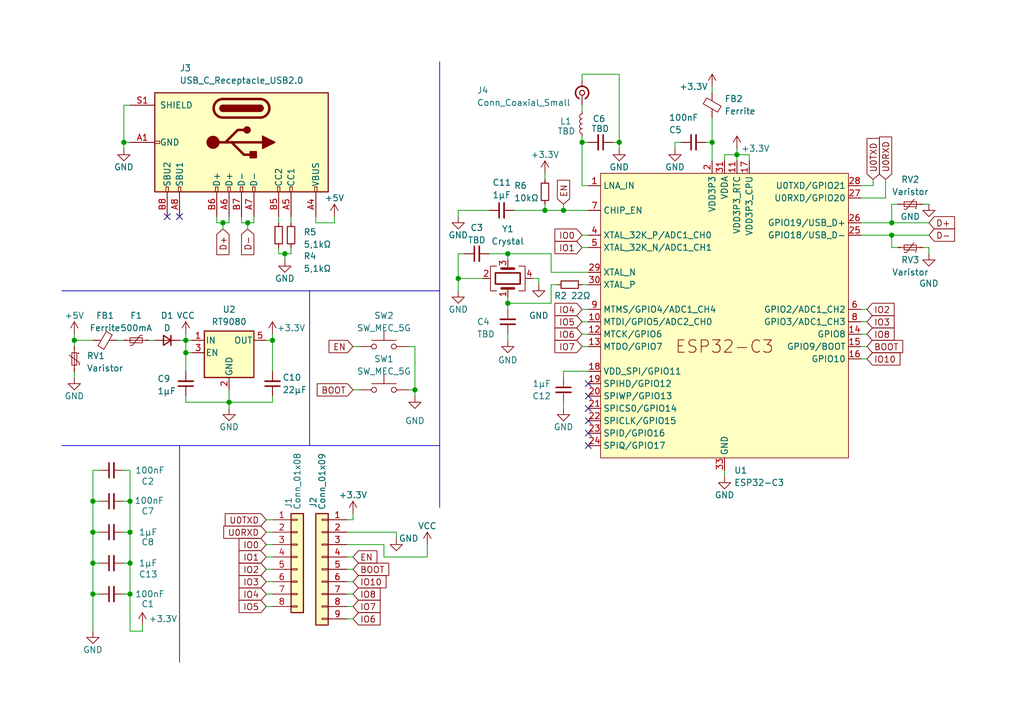
<source format=kicad_sch>
(kicad_sch (version 20231120) (generator "eeschema") (generator_version "8.0")
  (paper "A5")
  (title_block (title "Epi C3") (company "Ping hobbyelektronik"))
  (lib_symbols
    (symbol "Connector:Conn_Coaxial_Small" (pin_numbers hide) (pin_names (offset 1.016) hide)
      (property "Reference" "J" (at 0.254 3.048 0))
      (property "Value" "Conn_Coaxial_Small" (at 0 -3.81 0))
      (symbol "Conn_Coaxial_Small_0_1"
        (polyline (pts (xy -2.54 0) (xy -0.508 0)))
        (circle (center 0 0) (radius 0.508) (stroke (width 0.2032)))
      )
      (symbol "Conn_Coaxial_Small_1_1"
        (arc (start -1.1916 -0.6311) (mid 0.327 -1.3081) (end 1.3484 0.0039) (stroke (width 0.3048)))
        (arc (start 1.3484 -0.0039) (mid 0.327 1.3081) (end -1.1916 0.6311) (stroke (width 0.3048)))
        (pin passive line (at -2.54 0 0) (length 1.27) (name "In") (number "1"))
        (pin passive line (at 2.54 0 180) (length 1.27) (name "Ext") (number "2"))
      )
    )
    (symbol "Connector:USB_C_Receptacle_USB2.0" (pin_names (offset 1.016))
      (property "Reference" "J" (at -10.16 19.05 0))
      (property "Value" "USB_C_Receptacle_USB2.0" (at 19.05 19.05 0))
      (symbol "USB_C_Receptacle_USB2.0_0_0"
        (rectangle (start -0.254 -17.78) (end 0.254 -16.764))
        (rectangle (start 10.16 -14.986) (end 9.144 -15.494))
        (rectangle (start 10.16 -12.446) (end 9.144 -12.954))
        (rectangle (start 10.16 -4.826) (end 9.144 -5.334))
        (rectangle (start 10.16 -2.286) (end 9.144 -2.794))
        (rectangle (start 10.16 0.254) (end 9.144 -0.254))
        (rectangle (start 10.16 2.794) (end 9.144 2.286))
        (rectangle (start 10.16 7.874) (end 9.144 7.366))
        (rectangle (start 10.16 10.414) (end 9.144 9.906))
        (rectangle (start 10.16 15.494) (end 9.144 14.986))
      )
      (symbol "USB_C_Receptacle_USB2.0_0_1"
        (rectangle (start -10.16 17.78) (end 10.16 -17.78) (stroke (width 0.254)) (fill (type background)))
        (arc (start -8.89 -3.81) (mid -6.985 -5.7067) (end -5.08 -3.81) (stroke (width 0.508)))
        (arc (start -7.62 -3.81) (mid -6.985 -4.4423) (end -6.35 -3.81) (stroke (width 0.254)))
        (arc (start -7.62 -3.81) (mid -6.985 -4.4423) (end -6.35 -3.81) (stroke (width 0.254)) (fill (type outline)))
        (rectangle (start -7.62 -3.81) (end -6.35 3.81) (stroke (width 0.254)) (fill (type outline)))
        (arc (start -6.35 3.81) (mid -6.985 4.4423) (end -7.62 3.81) (stroke (width 0.254)))
        (arc (start -6.35 3.81) (mid -6.985 4.4423) (end -7.62 3.81) (stroke (width 0.254)) (fill (type outline)))
        (arc (start -5.08 3.81) (mid -6.985 5.7067) (end -8.89 3.81) (stroke (width 0.508)))
        (circle (center -2.54 1.143) (radius 0.635) (stroke (width 0.254)) (fill (type outline)))
        (circle (center 0 -5.842) (radius 1.27) (fill (type outline)))
        (polyline (pts (xy -8.89 -3.81) (xy -8.89 3.81)) (stroke (width 0.508)))
        (polyline (pts (xy -5.08 3.81) (xy -5.08 -3.81)) (stroke (width 0.508)))
        (polyline (pts (xy 0 -5.842) (xy 0 4.318)) (stroke (width 0.508)))
        (polyline (pts (xy 0 -3.302) (xy -2.54 -0.762) (xy -2.54 0.508)) (stroke (width 0.508)))
        (polyline (pts (xy 0 -2.032) (xy 2.54 0.508) (xy 2.54 1.778)) (stroke (width 0.508)))
        (polyline (pts (xy -1.27 4.318) (xy 0 6.858) (xy 1.27 4.318) (xy -1.27 4.318)) (stroke (width 0.254)) (fill (type outline)))
        (rectangle (start 1.905 1.778) (end 3.175 3.048) (stroke (width 0.254)) (fill (type outline)))
      )
      (symbol "USB_C_Receptacle_USB2.0_1_1"
        (pin passive line (at 0 -22.86 90) (length 5.08) (name "GND") (number "A1"))
        (pin passive line (at 0 -22.86 90) (length 5.08) hide (name "GND") (number "A12"))
        (pin passive line (at 15.24 15.24 180) (length 5.08) (name "VBUS") (number "A4"))
        (pin bidirectional line (at 15.24 10.16 180) (length 5.08) (name "CC1") (number "A5"))
        (pin bidirectional line (at 15.24 -2.54 180) (length 5.08) (name "D+") (number "A6"))
        (pin bidirectional line (at 15.24 2.54 180) (length 5.08) (name "D-") (number "A7"))
        (pin bidirectional line (at 15.24 -12.7 180) (length 5.08) (name "SBU1") (number "A8"))
        (pin passive line (at 15.24 15.24 180) (length 5.08) hide (name "VBUS") (number "A9"))
        (pin passive line (at 0 -22.86 90) (length 5.08) hide (name "GND") (number "B1"))
        (pin passive line (at 0 -22.86 90) (length 5.08) hide (name "GND") (number "B12"))
        (pin passive line (at 15.24 15.24 180) (length 5.08) hide (name "VBUS") (number "B4"))
        (pin bidirectional line (at 15.24 7.62 180) (length 5.08) (name "CC2") (number "B5"))
        (pin bidirectional line (at 15.24 -5.08 180) (length 5.08) (name "D+") (number "B6"))
        (pin bidirectional line (at 15.24 0 180) (length 5.08) (name "D-") (number "B7"))
        (pin bidirectional line (at 15.24 -15.24 180) (length 5.08) (name "SBU2") (number "B8"))
        (pin passive line (at 15.24 15.24 180) (length 5.08) hide (name "VBUS") (number "B9"))
        (pin passive line (at -7.62 -22.86 90) (length 5.08) (name "SHIELD") (number "S1"))
      )
    )
    (symbol "Connector_Generic:Conn_01x08" (pin_names (offset 1.016) hide)
      (property "Reference" "J" (at 0 10.16 0))
      (property "Value" "Conn_01x08" (at 0 -12.7 0))
      (symbol "Conn_01x08_1_1"
        (rectangle (start -1.27 -10.033) (end 0 -10.287) (stroke (width 0.1524)))
        (rectangle (start -1.27 -7.493) (end 0 -7.747) (stroke (width 0.1524)))
        (rectangle (start -1.27 -4.953) (end 0 -5.207) (stroke (width 0.1524)))
        (rectangle (start -1.27 -2.413) (end 0 -2.667) (stroke (width 0.1524)))
        (rectangle (start -1.27 0.127) (end 0 -0.127) (stroke (width 0.1524)))
        (rectangle (start -1.27 2.667) (end 0 2.413) (stroke (width 0.1524)))
        (rectangle (start -1.27 5.207) (end 0 4.953) (stroke (width 0.1524)))
        (rectangle (start -1.27 7.747) (end 0 7.493) (stroke (width 0.1524)))
        (rectangle (start -1.27 8.89) (end 1.27 -11.43) (stroke (width 0.254)) (fill (type background)))
        (pin passive line (at -5.08 7.62 0) (length 3.81) (name "Pin_1") (number "1"))
        (pin passive line (at -5.08 5.08 0) (length 3.81) (name "Pin_2") (number "2"))
        (pin passive line (at -5.08 2.54 0) (length 3.81) (name "Pin_3") (number "3"))
        (pin passive line (at -5.08 0 0) (length 3.81) (name "Pin_4") (number "4"))
        (pin passive line (at -5.08 -2.54 0) (length 3.81) (name "Pin_5") (number "5"))
        (pin passive line (at -5.08 -5.08 0) (length 3.81) (name "Pin_6") (number "6"))
        (pin passive line (at -5.08 -7.62 0) (length 3.81) (name "Pin_7") (number "7"))
        (pin passive line (at -5.08 -10.16 0) (length 3.81) (name "Pin_8") (number "8"))
      )
    )
    (symbol "Connector_Generic:Conn_01x09" (pin_names (offset 1.016) hide)
      (property "Reference" "J" (at 0 12.7 0))
      (property "Value" "Conn_01x09" (at 0 -12.7 0))
      (symbol "Conn_01x09_1_1"
        (rectangle (start -1.27 -10.033) (end 0 -10.287) (stroke (width 0.1524)))
        (rectangle (start -1.27 -7.493) (end 0 -7.747) (stroke (width 0.1524)))
        (rectangle (start -1.27 -4.953) (end 0 -5.207) (stroke (width 0.1524)))
        (rectangle (start -1.27 -2.413) (end 0 -2.667) (stroke (width 0.1524)))
        (rectangle (start -1.27 0.127) (end 0 -0.127) (stroke (width 0.1524)))
        (rectangle (start -1.27 2.667) (end 0 2.413) (stroke (width 0.1524)))
        (rectangle (start -1.27 5.207) (end 0 4.953) (stroke (width 0.1524)))
        (rectangle (start -1.27 7.747) (end 0 7.493) (stroke (width 0.1524)))
        (rectangle (start -1.27 10.287) (end 0 10.033) (stroke (width 0.1524)))
        (rectangle (start -1.27 11.43) (end 1.27 -11.43) (stroke (width 0.254)) (fill (type background)))
        (pin passive line (at -5.08 10.16 0) (length 3.81) (name "Pin_1") (number "1"))
        (pin passive line (at -5.08 7.62 0) (length 3.81) (name "Pin_2") (number "2"))
        (pin passive line (at -5.08 5.08 0) (length 3.81) (name "Pin_3") (number "3"))
        (pin passive line (at -5.08 2.54 0) (length 3.81) (name "Pin_4") (number "4"))
        (pin passive line (at -5.08 0 0) (length 3.81) (name "Pin_5") (number "5"))
        (pin passive line (at -5.08 -2.54 0) (length 3.81) (name "Pin_6") (number "6"))
        (pin passive line (at -5.08 -5.08 0) (length 3.81) (name "Pin_7") (number "7"))
        (pin passive line (at -5.08 -7.62 0) (length 3.81) (name "Pin_8") (number "8"))
        (pin passive line (at -5.08 -10.16 0) (length 3.81) (name "Pin_9") (number "9"))
      )
    )
    (symbol "Device:C_Small" (pin_numbers hide) (pin_names (offset 0.254) hide)
      (property "Reference" "C" (at 0.254 1.778 0))
      (property "Value" "C_Small" (at 0.254 -2.032 0))
      (symbol "C_Small_0_1"
        (polyline (pts (xy -1.524 -0.508) (xy 1.524 -0.508)) (stroke (width 0.3302)))
        (polyline (pts (xy -1.524 0.508) (xy 1.524 0.508)) (stroke (width 0.3048)))
      )
      (symbol "C_Small_1_1"
        (pin passive line (at 0 2.54 270) (length 2.032) (name "~") (number "1"))
        (pin passive line (at 0 -2.54 90) (length 2.032) (name "~") (number "2"))
      )
    )
    (symbol "Device:Crystal_GND24" (pin_names (offset 1.016) hide)
      (property "Reference" "Y" (at 3.175 5.08 0))
      (property "Value" "Crystal_GND24" (at 3.175 3.175 0))
      (symbol "Crystal_GND24_0_1"
        (rectangle (start -1.143 2.54) (end 1.143 -2.54) (stroke (width 0.3048)))
        (polyline (pts (xy -2.54 0) (xy -2.032 0)))
        (polyline (pts (xy -2.032 -1.27) (xy -2.032 1.27)) (stroke (width 0.508)))
        (polyline (pts (xy 0 -3.81) (xy 0 -3.556)))
        (polyline (pts (xy 0 3.556) (xy 0 3.81)))
        (polyline (pts (xy 2.032 -1.27) (xy 2.032 1.27)) (stroke (width 0.508)))
        (polyline (pts (xy 2.032 0) (xy 2.54 0)))
        (polyline (pts (xy -2.54 -2.286) (xy -2.54 -3.556) (xy 2.54 -3.556) (xy 2.54 -2.286)))
        (polyline (pts (xy -2.54 2.286) (xy -2.54 3.556) (xy 2.54 3.556) (xy 2.54 2.286)))
      )
      (symbol "Crystal_GND24_1_1"
        (pin passive line (at -3.81 0 0) (length 1.27) (name "1") (number "1"))
        (pin passive line (at 0 5.08 270) (length 1.27) (name "2") (number "2"))
        (pin passive line (at 3.81 0 180) (length 1.27) (name "3") (number "3"))
        (pin passive line (at 0 -5.08 90) (length 1.27) (name "4") (number "4"))
      )
    )
    (symbol "Device:D_Small" (pin_numbers hide) (pin_names (offset 0.254) hide)
      (property "Reference" "D" (at -1.27 2.032 0))
      (property "Value" "D_Small" (at -3.81 -2.032 0))
      (symbol "D_Small_0_1"
        (polyline (pts (xy -0.762 -1.016) (xy -0.762 1.016)) (stroke (width 0.254)))
        (polyline (pts (xy -0.762 0) (xy 0.762 0)))
        (polyline (pts (xy 0.762 -1.016) (xy -0.762 0) (xy 0.762 1.016) (xy 0.762 -1.016)) (stroke (width 0.254)))
      )
      (symbol "D_Small_1_1"
        (pin passive line (at -2.54 0 0) (length 1.778) (name "K") (number "1"))
        (pin passive line (at 2.54 0 180) (length 1.778) (name "A") (number "2"))
      )
    )
    (symbol "Device:FerriteBead_Small" (pin_numbers hide) (pin_names (offset 0))
      (property "Reference" "FB" (at 1.905 1.27 0))
      (property "Value" "FerriteBead_Small" (at 1.905 -1.27 0))
      (symbol "FerriteBead_Small_0_1"
        (polyline (pts (xy 0 -1.27) (xy 0 -0.7874)))
        (polyline (pts (xy 0 0.889) (xy 0 1.2954)))
        (polyline (pts (xy -1.8288 0.2794) (xy -1.1176 1.4986) (xy 1.8288 -0.2032) (xy 1.1176 -1.4224) (xy -1.8288 0.2794)))
      )
      (symbol "FerriteBead_Small_1_1"
        (pin passive line (at 0 2.54 270) (length 1.27) (name "~") (number "1"))
        (pin passive line (at 0 -2.54 90) (length 1.27) (name "~") (number "2"))
      )
    )
    (symbol "Device:L_Small" (pin_numbers hide) (pin_names (offset 0.254) hide)
      (property "Reference" "L" (at 0.762 1.016 0))
      (property "Value" "L_Small" (at 0.762 -1.016 0))
      (symbol "L_Small_0_1"
        (arc (start 0 -2.032) (mid 0.5058 -1.524) (end 0 -1.016))
        (arc (start 0 -1.016) (mid 0.5058 -0.508) (end 0 0))
        (arc (start 0 0) (mid 0.5058 0.508) (end 0 1.016))
        (arc (start 0 1.016) (mid 0.5058 1.524) (end 0 2.032))
      )
      (symbol "L_Small_1_1"
        (pin passive line (at 0 2.54 270) (length 0.508) (name "~") (number "1"))
        (pin passive line (at 0 -2.54 90) (length 0.508) (name "~") (number "2"))
      )
    )
    (symbol "Device:Polyfuse_Small" (pin_numbers hide) (pin_names (offset 0))
      (property "Reference" "F" (at -1.905 0 90))
      (property "Value" "Polyfuse_Small" (at 1.905 0 90))
      (symbol "Polyfuse_Small_0_1"
        (rectangle (start -0.508 1.27) (end 0.508 -1.27))
        (polyline (pts (xy 0 2.54) (xy 0 -2.54)))
        (polyline (pts (xy -1.016 1.27) (xy -1.016 0.762) (xy 1.016 -0.762) (xy 1.016 -1.27)))
      )
      (symbol "Polyfuse_Small_1_1"
        (pin passive line (at 0 2.54 270) (length 0.635) (name "~") (number "1"))
        (pin passive line (at 0 -2.54 90) (length 0.635) (name "~") (number "2"))
      )
    )
    (symbol "Device:R_Small" (pin_numbers hide) (pin_names (offset 0.254) hide)
      (property "Reference" "R" (at 0.762 0.508 0))
      (property "Value" "R_Small" (at 0.762 -1.016 0))
      (symbol "R_Small_0_1"
        (rectangle (start -0.762 1.778) (end 0.762 -1.778) (stroke (width 0.2032)))
      )
      (symbol "R_Small_1_1"
        (pin passive line (at 0 2.54 270) (length 0.762) (name "~") (number "1"))
        (pin passive line (at 0 -2.54 90) (length 0.762) (name "~") (number "2"))
      )
    )
    (symbol "PCM_Espressif:ESP32-C3"
      (property "Reference" "U" (at -25.4 35.56 0))
      (property "Value" "ESP32-C3" (at -25.4 33.02 0))
      (symbol "ESP32-C3_0_0"
        (text "ESP32-C3" (at 0 -5.08 0) (effects (font (size 2.54 2.54))))
        (pin bidirectional line (at -27.94 27.94 0) (length 2.54) (name "LNA_IN") (number "1"))
        (pin bidirectional line (at -27.94 0 0) (length 2.54) (name "MTDI/GPIO5/ADC2_CH0") (number "10"))
        (pin power_in line (at 2.54 33.02 270) (length 2.54) (name "VDD3P3_RTC") (number "11"))
        (pin bidirectional line (at -27.94 -2.54 0) (length 2.54) (name "MTCK/GPIO6") (number "12"))
        (pin bidirectional line (at -27.94 -5.08 0) (length 2.54) (name "MTDO/GPIO7") (number "13"))
        (pin bidirectional line (at 27.94 -2.54 180) (length 2.54) (name "GPIO8") (number "14"))
        (pin bidirectional line (at 27.94 -5.08 180) (length 2.54) (name "GPIO9/BOOT") (number "15"))
        (pin bidirectional line (at 27.94 -7.62 180) (length 2.54) (name "GPIO10") (number "16"))
        (pin power_in line (at 5.08 33.02 270) (length 2.54) (name "VDD3P3_CPU") (number "17"))
        (pin bidirectional line (at -27.94 -10.16 0) (length 2.54) (name "VDD_SPI/GPIO11") (number "18"))
        (pin bidirectional line (at -27.94 -12.7 0) (length 2.54) (name "SPIHD/GPIO12") (number "19"))
        (pin power_in line (at -2.54 33.02 270) (length 2.54) (name "VDD3P3") (number "2"))
        (pin bidirectional line (at -27.94 -15.24 0) (length 2.54) (name "SPIWP/GPIO13") (number "20"))
        (pin bidirectional line (at -27.94 -17.78 0) (length 2.54) (name "SPICS0/GPIO14") (number "21"))
        (pin bidirectional line (at -27.94 -20.32 0) (length 2.54) (name "SPICLK/GPIO15") (number "22"))
        (pin bidirectional line (at -27.94 -22.86 0) (length 2.54) (name "SPID/GPIO16") (number "23"))
        (pin bidirectional line (at -27.94 -25.4 0) (length 2.54) (name "SPIQ/GPIO17") (number "24"))
        (pin bidirectional line (at 27.94 17.78 180) (length 2.54) (name "GPIO18/USB_D-") (number "25"))
        (pin bidirectional line (at 27.94 20.32 180) (length 2.54) (name "GPIO19/USB_D+") (number "26"))
        (pin bidirectional line (at 27.94 25.4 180) (length 2.54) (name "U0RXD/GPIO20") (number "27"))
        (pin bidirectional line (at 27.94 27.94 180) (length 2.54) (name "U0TXD/GPIO21") (number "28"))
        (pin output line (at -27.94 10.16 0) (length 2.54) (name "XTAL_N") (number "29"))
        (pin input line (at -27.94 7.62 0) (length 2.54) (name "XTAL_P") (number "30"))
        (pin power_in line (at 0 33.02 270) (length 2.54) (name "VDDA") (number "31"))
        (pin power_in line (at 0 -30.48 90) (length 2.54) (name "GND") (number "33"))
        (pin output line (at -27.94 17.78 0) (length 2.54) (name "XTAL_32K_P/ADC1_CH0") (number "4"))
        (pin input line (at -27.94 15.24 0) (length 2.54) (name "XTAL_32K_N/ADC1_CH1") (number "5"))
        (pin bidirectional line (at 27.94 2.54 180) (length 2.54) (name "GPIO2/ADC1_CH2") (number "6"))
        (pin input line (at -27.94 22.86 0) (length 2.54) (name "CHIP_EN") (number "7"))
        (pin bidirectional line (at 27.94 0 180) (length 2.54) (name "GPIO3/ADC1_CH3") (number "8"))
        (pin bidirectional line (at -27.94 2.54 0) (length 2.54) (name "MTMS/GPIO4/ADC1_CH4") (number "9"))
      )
      (symbol "ESP32-C3_0_1"
        (rectangle (start -25.4 30.48) (end 25.4 -27.94) (fill (type background)))
        (pin passive line (at -2.54 33.02 270) (length 2.54) hide (name "VDD3P3") (number "3"))
        (pin passive line (at 0 33.02 270) (length 2.54) hide (name "VDDA") (number "32"))
      )
    )
    (symbol "Polyfuse_Small_1" (pin_numbers hide) (pin_names (offset 0))
      (property "Reference" "F2" (at 5.08 0 90))
      (property "Value" "Varistor" (at 2.54 0 90))
      (symbol "Polyfuse_Small_1_0_1"
        (rectangle (start -0.508 1.27) (end 0.508 -1.27))
        (polyline (pts (xy 0 2.54) (xy 0 -2.54)))
        (polyline (pts (xy -1.0104 0.7592) (xy -1.016 0.762) (xy 1.016 -0.762) (xy 1.016 -1.27)))
        (arc (start 0.9321 1.1065) (mid 0.8392 1.2001) (end 0.7377 1.1159))
      )
      (symbol "Polyfuse_Small_1_1_1"
        (pin passive line (at 0 2.54 270) (length 0.635) (name "~") (number "1"))
        (pin passive line (at 0 -2.54 90) (length 0.635) (name "~") (number "2"))
      )
    )
    (symbol "Regulator_Linear:TLV75533PDBV" (pin_names (offset 0.254))
      (property "Reference" "U" (at -3.81 5.715 0))
      (property "Value" "TLV75533PDBV" (at 0 5.715 0))
      (symbol "TLV75533PDBV_0_1"
        (rectangle (start -5.08 4.445) (end 5.08 -5.08) (stroke (width 0.254)) (fill (type background)))
      )
      (symbol "TLV75533PDBV_1_1"
        (pin power_in line (at -7.62 2.54 0) (length 2.54) (name "IN") (number "1"))
        (pin power_in line (at 0 -7.62 90) (length 2.54) (name "GND") (number "2"))
        (pin input line (at -7.62 0 0) (length 2.54) (name "EN") (number "3"))
        (pin no_connect line (at 5.08 0 180) (length 2.54) hide (name "NC") (number "4"))
        (pin power_out line (at 7.62 2.54 180) (length 2.54) (name "OUT") (number "5"))
      )
    )
    (symbol "SW_MEC_5G_1" (pin_numbers hide) (pin_names (offset 1.016) hide)
      (property "Reference" "SW2" (at 0 6.35 0))
      (property "Value" "SW_MEC_5G" (at 0 3.81 0))
      (symbol "SW_MEC_5G_1_0_1"
        (circle (center -2.032 0) (radius 0.508))
        (polyline (pts (xy 0 1.27) (xy 0 3.048)))
        (polyline (pts (xy 2.54 1.27) (xy -2.54 1.27)))
        (circle (center 2.032 0) (radius 0.508))
        (pin passive line (at -5.08 0 0) (length 2.54) (name "A") (number "1"))
      )
      (symbol "SW_MEC_5G_1_1_1"
        (pin passive line (at -5.08 0 0) (length 2.54) hide (name "A") (number "2"))
        (pin passive line (at 5.08 0 180) (length 2.54) (name "B") (number "3"))
        (pin passive line (at 5.08 0 180) (length 2.54) hide (name "B") (number "4"))
      )
    )
    (symbol "Switch:SW_MEC_5G" (pin_numbers hide) (pin_names (offset 1.016) hide)
      (property "Reference" "SW1" (at 0 6.35 0))
      (property "Value" "SW_MEC_5G" (at 0 3.81 0))
      (symbol "SW_MEC_5G_0_1"
        (circle (center -2.032 0) (radius 0.508))
        (polyline (pts (xy 0 1.27) (xy 0 3.048)))
        (polyline (pts (xy 2.54 1.27) (xy -2.54 1.27)))
        (circle (center 2.032 0) (radius 0.508))
        (pin passive line (at -5.08 0 0) (length 2.54) (name "A") (number "1"))
      )
      (symbol "SW_MEC_5G_1_1"
        (pin passive line (at -5.08 0 0) (length 2.54) hide (name "A") (number "2"))
        (pin passive line (at 5.08 0 180) (length 2.54) (name "B") (number "3"))
        (pin passive line (at 5.08 0 180) (length 2.54) hide (name "B") (number "4"))
      )
    )
    (symbol "power:+3.3V" (power) (pin_names (offset 0))
      (property "Value" "+3.3V" (at 0 3.556 0))
      (symbol "+3.3V_0_1"
        (polyline (pts (xy -0.762 1.27) (xy 0 2.54)))
        (polyline (pts (xy 0 0) (xy 0 2.54)))
        (polyline (pts (xy 0 2.54) (xy 0.762 1.27)))
      )
      (symbol "+3.3V_1_1"
        (pin power_in line (at 0 0 90) (length 0) hide (name "+3.3V") (number "1"))
      )
    )
    (symbol "power:+5V" (power) (pin_names (offset 0))
      (property "Value" "+5V" (at 0 3.556 0))
      (symbol "+5V_0_1"
        (polyline (pts (xy -0.762 1.27) (xy 0 2.54)))
        (polyline (pts (xy 0 0) (xy 0 2.54)))
        (polyline (pts (xy 0 2.54) (xy 0.762 1.27)))
      )
      (symbol "+5V_1_1"
        (pin power_in line (at 0 0 90) (length 0) hide (name "+5V") (number "1"))
      )
    )
    (symbol "power:GND" (power) (pin_names (offset 0))
      (property "Value" "GND" (at 0 -3.81 0))
      (symbol "GND_0_1"
        (polyline (pts (xy 0 0) (xy 0 -1.27) (xy 1.27 -1.27) (xy 0 -2.54) (xy -1.27 -1.27) (xy 0 -1.27)))
      )
      (symbol "GND_1_1"
        (pin power_in line (at 0 0 270) (length 0) hide (name "GND") (number "1"))
      )
    )
    (symbol "power:VCC" (power) (pin_names (offset 0))
      (property "Value" "VCC" (at 0 3.81 0))
      (symbol "VCC_0_1"
        (polyline (pts (xy -0.762 1.27) (xy 0 2.54)))
        (polyline (pts (xy 0 0) (xy 0 2.54)))
        (polyline (pts (xy 0 2.54) (xy 0.762 1.27)))
      )
      (symbol "VCC_1_1"
        (pin power_in line (at 0 0 90) (length 0) hide (name "VCC") (number "1"))
      )
    )
  )
  (junction (at 50.8 45.72))
  (junction (at 127 29.21))
  (junction (at 19.05 121.92))
  (junction (at 182.88 45.72))
  (junction (at 26.67 109.22))
  (junction (at 25.4 29.21))
  (junction (at 146.05 29.21))
  (junction (at 85.09 80.01))
  (junction (at 119.38 29.21))
  (junction (at 26.67 115.57))
  (junction (at 93.98 57.15))
  (junction (at 151.13 31.75))
  (junction (at 38.1 69.85))
  (junction (at 19.05 109.22))
  (junction (at 182.88 48.26))
  (junction (at 15.24 69.85))
  (junction (at 19.05 115.57))
  (junction (at 38.1 72.39))
  (junction (at 115.57 43.18))
  (junction (at 104.14 62.23))
  (junction (at 19.05 102.87))
  (junction (at 104.14 52.07))
  (junction (at 45.72 45.72))
  (junction (at 58.42 52.07))
  (junction (at 55.88 69.85))
  (junction (at 26.67 102.87))
  (junction (at 111.76 43.18))
  (junction (at 46.99 82.55))
  (junction (at 26.67 121.92))
  (no_connect (at 120.65 78.74))
  (no_connect (at 120.65 91.44))
  (no_connect (at 36.83 44.45))
  (no_connect (at 120.65 83.82))
  (no_connect (at 120.65 88.9))
  (no_connect (at 34.29 44.45))
  (no_connect (at 120.65 81.28))
  (no_connect (at 120.65 86.36))
  (wire (pts (xy 115.57 82.55) (xy 115.57 83.82)))
  (wire (pts (xy 26.67 96.52) (xy 26.67 102.87)))
  (wire (pts (xy 119.38 68.58) (xy 120.65 68.58)))
  (wire (pts (xy 38.1 72.39) (xy 39.37 72.39)))
  (wire (pts (xy 44.45 44.45) (xy 44.45 45.72)))
  (wire (pts (xy 87.63 111.76) (xy 87.63 114.3)))
  (wire (pts (xy 127 29.21) (xy 125.73 29.21)))
  (wire (pts (xy 177.8 73.66) (xy 176.53 73.66)))
  (wire (pts (xy 72.39 121.92) (xy 71.12 121.92)))
  (wire (pts (xy 24.13 69.85) (xy 25.4 69.85)))
  (polyline (pts (xy 90.17 12.7) (xy 90.17 104.14)))
  (wire (pts (xy 184.15 41.91) (xy 182.88 41.91)))
  (wire (pts (xy 182.88 41.91) (xy 182.88 45.72)))
  (wire (pts (xy 111.76 43.18) (xy 111.76 41.91)))
  (wire (pts (xy 15.24 76.2) (xy 15.24 77.47)))
  (wire (pts (xy 72.39 80.01) (xy 73.66 80.01)))
  (wire (pts (xy 87.63 114.3) (xy 78.74 114.3)))
  (wire (pts (xy 20.32 96.52) (xy 19.05 96.52)))
  (wire (pts (xy 15.24 68.58) (xy 15.24 69.85)))
  (wire (pts (xy 59.69 44.45) (xy 59.69 45.72)))
  (wire (pts (xy 85.09 71.12) (xy 85.09 80.01)))
  (wire (pts (xy 176.53 68.58) (xy 177.8 68.58)))
  (wire (pts (xy 38.1 72.39) (xy 38.1 76.2)))
  (wire (pts (xy 59.69 52.07) (xy 58.42 52.07)))
  (wire (pts (xy 148.59 31.75) (xy 148.59 33.02)))
  (wire (pts (xy 44.45 45.72) (xy 45.72 45.72)))
  (wire (pts (xy 113.03 58.42) (xy 114.3 58.42)))
  (wire (pts (xy 110.49 58.42) (xy 110.49 57.15)))
  (wire (pts (xy 100.33 52.07) (xy 104.14 52.07)))
  (wire (pts (xy 104.14 53.34) (xy 104.14 52.07)))
  (wire (pts (xy 72.39 124.46) (xy 71.12 124.46)))
  (wire (pts (xy 15.24 69.85) (xy 19.05 69.85)))
  (wire (pts (xy 19.05 115.57) (xy 19.05 121.92)))
  (wire (pts (xy 176.53 48.26) (xy 182.88 48.26)))
  (wire (pts (xy 176.53 71.12) (xy 177.8 71.12)))
  (wire (pts (xy 50.8 45.72) (xy 52.07 45.72)))
  (wire (pts (xy 115.57 43.18) (xy 120.65 43.18)))
  (wire (pts (xy 26.67 115.57) (xy 25.4 115.57)))
  (wire (pts (xy 55.88 68.58) (xy 55.88 69.85)))
  (wire (pts (xy 181.61 36.83) (xy 181.61 40.64)))
  (wire (pts (xy 182.88 45.72) (xy 190.5 45.72)))
  (wire (pts (xy 111.76 43.18) (xy 115.57 43.18)))
  (wire (pts (xy 179.07 36.83) (xy 179.07 38.1)))
  (wire (pts (xy 26.67 109.22) (xy 25.4 109.22)))
  (wire (pts (xy 72.39 119.38) (xy 71.12 119.38)))
  (wire (pts (xy 127 30.48) (xy 127 29.21)))
  (wire (pts (xy 29.21 129.54) (xy 26.67 129.54)))
  (wire (pts (xy 151.13 31.75) (xy 151.13 33.02)))
  (wire (pts (xy 20.32 115.57) (xy 19.05 115.57)))
  (wire (pts (xy 119.38 58.42) (xy 120.65 58.42)))
  (wire (pts (xy 119.38 21.59) (xy 119.38 22.86)))
  (wire (pts (xy 57.15 50.8) (xy 57.15 52.07)))
  (wire (pts (xy 119.38 27.94) (xy 119.38 29.21)))
  (wire (pts (xy 176.53 45.72) (xy 182.88 45.72)))
  (wire (pts (xy 104.14 62.23) (xy 104.14 63.5)))
  (wire (pts (xy 72.39 116.84) (xy 71.12 116.84)))
  (wire (pts (xy 38.1 68.58) (xy 38.1 69.85)))
  (wire (pts (xy 36.83 69.85) (xy 38.1 69.85)))
  (wire (pts (xy 190.5 41.91) (xy 189.23 41.91)))
  (wire (pts (xy 38.1 69.85) (xy 38.1 72.39)))
  (wire (pts (xy 72.39 114.3) (xy 71.12 114.3)))
  (wire (pts (xy 115.57 77.47) (xy 115.57 76.2)))
  (wire (pts (xy 49.53 45.72) (xy 50.8 45.72)))
  (wire (pts (xy 146.05 17.78) (xy 146.05 19.05)))
  (wire (pts (xy 119.38 63.5) (xy 120.65 63.5)))
  (wire (pts (xy 176.53 66.04) (xy 177.8 66.04)))
  (wire (pts (xy 55.88 82.55) (xy 46.99 82.55)))
  (wire (pts (xy 81.28 109.22) (xy 71.12 109.22)))
  (wire (pts (xy 93.98 44.45) (xy 93.98 43.18)))
  (wire (pts (xy 83.82 71.12) (xy 85.09 71.12)))
  (wire (pts (xy 151.13 31.75) (xy 153.67 31.75)))
  (wire (pts (xy 54.61 124.46) (xy 55.88 124.46)))
  (wire (pts (xy 19.05 109.22) (xy 19.05 115.57)))
  (wire (pts (xy 78.74 114.3) (xy 78.74 111.76)))
  (wire (pts (xy 146.05 24.13) (xy 146.05 29.21)))
  (wire (pts (xy 72.39 106.68) (xy 71.12 106.68)))
  (wire (pts (xy 119.38 50.8) (xy 120.65 50.8)))
  (wire (pts (xy 19.05 121.92) (xy 19.05 129.54)))
  (wire (pts (xy 119.38 16.51) (xy 119.38 15.24)))
  (wire (pts (xy 15.24 69.85) (xy 15.24 71.12)))
  (wire (pts (xy 104.14 52.07) (xy 113.03 52.07)))
  (wire (pts (xy 57.15 52.07) (xy 58.42 52.07)))
  (wire (pts (xy 25.4 29.21) (xy 26.67 29.21)))
  (wire (pts (xy 182.88 50.8) (xy 182.88 48.26)))
  (wire (pts (xy 120.65 38.1) (xy 119.38 38.1)))
  (wire (pts (xy 119.38 48.26) (xy 120.65 48.26)))
  (wire (pts (xy 181.61 40.64) (xy 176.53 40.64)))
  (wire (pts (xy 111.76 35.56) (xy 111.76 36.83)))
  (wire (pts (xy 29.21 129.54) (xy 29.21 128.27)))
  (wire (pts (xy 148.59 96.52) (xy 148.59 97.79)))
  (wire (pts (xy 68.58 44.45) (xy 68.58 45.72)))
  (wire (pts (xy 105.41 43.18) (xy 111.76 43.18)))
  (wire (pts (xy 68.58 45.72) (xy 64.77 45.72)))
  (wire (pts (xy 179.07 38.1) (xy 176.53 38.1)))
  (wire (pts (xy 26.67 121.92) (xy 26.67 129.54)))
  (polyline (pts (xy 63.5 59.69) (xy 63.5 91.44)))
  (wire (pts (xy 45.72 45.72) (xy 45.72 46.99)))
  (wire (pts (xy 49.53 44.45) (xy 49.53 45.72)))
  (wire (pts (xy 58.42 52.07) (xy 58.42 53.34)))
  (wire (pts (xy 72.39 105.41) (xy 72.39 106.68)))
  (wire (pts (xy 25.4 102.87) (xy 26.67 102.87)))
  (wire (pts (xy 104.14 60.96) (xy 104.14 62.23)))
  (wire (pts (xy 54.61 119.38) (xy 55.88 119.38)))
  (wire (pts (xy 38.1 81.28) (xy 38.1 82.55)))
  (wire (pts (xy 20.32 102.87) (xy 19.05 102.87)))
  (wire (pts (xy 26.67 115.57) (xy 26.67 121.92)))
  (wire (pts (xy 78.74 111.76) (xy 71.12 111.76)))
  (wire (pts (xy 95.25 52.07) (xy 93.98 52.07)))
  (wire (pts (xy 54.61 106.68) (xy 55.88 106.68)))
  (wire (pts (xy 55.88 81.28) (xy 55.88 82.55)))
  (wire (pts (xy 190.5 50.8) (xy 189.23 50.8)))
  (wire (pts (xy 151.13 31.75) (xy 151.13 30.48)))
  (wire (pts (xy 110.49 57.15) (xy 109.22 57.15)))
  (wire (pts (xy 144.78 29.21) (xy 146.05 29.21)))
  (wire (pts (xy 81.28 110.49) (xy 81.28 109.22)))
  (wire (pts (xy 55.88 76.2) (xy 55.88 69.85)))
  (polyline (pts (xy 12.7 91.44) (xy 90.17 91.44)))
  (wire (pts (xy 127 15.24) (xy 127 29.21)))
  (wire (pts (xy 115.57 76.2) (xy 120.65 76.2)))
  (wire (pts (xy 54.61 116.84) (xy 55.88 116.84)))
  (wire (pts (xy 46.99 82.55) (xy 46.99 83.82)))
  (wire (pts (xy 25.4 30.48) (xy 25.4 29.21)))
  (wire (pts (xy 26.67 102.87) (xy 26.67 109.22)))
  (wire (pts (xy 119.38 15.24) (xy 127 15.24)))
  (wire (pts (xy 146.05 29.21) (xy 146.05 33.02)))
  (wire (pts (xy 46.99 80.01) (xy 46.99 82.55)))
  (wire (pts (xy 113.03 55.88) (xy 120.65 55.88)))
  (wire (pts (xy 54.61 111.76) (xy 55.88 111.76)))
  (wire (pts (xy 50.8 45.72) (xy 50.8 46.99)))
  (wire (pts (xy 38.1 69.85) (xy 39.37 69.85)))
  (wire (pts (xy 19.05 96.52) (xy 19.05 102.87)))
  (wire (pts (xy 54.61 121.92) (xy 55.88 121.92)))
  (wire (pts (xy 85.09 80.01) (xy 83.82 80.01)))
  (wire (pts (xy 54.61 114.3) (xy 55.88 114.3)))
  (wire (pts (xy 20.32 121.92) (xy 19.05 121.92)))
  (wire (pts (xy 26.67 21.59) (xy 25.4 21.59)))
  (wire (pts (xy 190.5 52.07) (xy 190.5 50.8)))
  (wire (pts (xy 113.03 52.07) (xy 113.03 55.88)))
  (wire (pts (xy 119.38 71.12) (xy 120.65 71.12)))
  (wire (pts (xy 25.4 21.59) (xy 25.4 29.21)))
  (wire (pts (xy 57.15 44.45) (xy 57.15 45.72)))
  (wire (pts (xy 54.61 109.22) (xy 55.88 109.22)))
  (wire (pts (xy 59.69 50.8) (xy 59.69 52.07)))
  (wire (pts (xy 26.67 109.22) (xy 26.67 115.57)))
  (wire (pts (xy 26.67 121.92) (xy 25.4 121.92)))
  (wire (pts (xy 93.98 43.18) (xy 100.33 43.18)))
  (wire (pts (xy 30.48 69.85) (xy 31.75 69.85)))
  (polyline (pts (xy 12.7 59.69) (xy 90.17 59.69)))
  (wire (pts (xy 148.59 31.75) (xy 151.13 31.75)))
  (wire (pts (xy 138.43 29.21) (xy 138.43 30.48)))
  (wire (pts (xy 120.65 29.21) (xy 119.38 29.21)))
  (wire (pts (xy 119.38 66.04) (xy 120.65 66.04)))
  (wire (pts (xy 119.38 38.1) (xy 119.38 29.21)))
  (wire (pts (xy 64.77 45.72) (xy 64.77 44.45)))
  (wire (pts (xy 176.53 63.5) (xy 177.8 63.5)))
  (wire (pts (xy 182.88 48.26) (xy 190.5 48.26)))
  (wire (pts (xy 85.09 81.28) (xy 85.09 80.01)))
  (wire (pts (xy 153.67 31.75) (xy 153.67 33.02)))
  (wire (pts (xy 93.98 57.15) (xy 99.06 57.15)))
  (wire (pts (xy 104.14 62.23) (xy 113.03 62.23)))
  (wire (pts (xy 72.39 71.12) (xy 73.66 71.12)))
  (wire (pts (xy 93.98 52.07) (xy 93.98 57.15)))
  (wire (pts (xy 19.05 102.87) (xy 19.05 109.22)))
  (wire (pts (xy 20.32 109.22) (xy 19.05 109.22)))
  (wire (pts (xy 115.57 41.91) (xy 115.57 43.18)))
  (wire (pts (xy 113.03 62.23) (xy 113.03 58.42)))
  (wire (pts (xy 184.15 50.8) (xy 182.88 50.8)))
  (wire (pts (xy 139.7 29.21) (xy 138.43 29.21)))
  (wire (pts (xy 52.07 45.72) (xy 52.07 44.45)))
  (wire (pts (xy 38.1 82.55) (xy 46.99 82.55)))
  (polyline (pts (xy 36.83 91.44) (xy 36.83 135.89)))
  (wire (pts (xy 104.14 68.58) (xy 104.14 69.85)))
  (wire (pts (xy 72.39 127) (xy 71.12 127)))
  (wire (pts (xy 55.88 69.85) (xy 54.61 69.85)))
  (wire (pts (xy 93.98 59.69) (xy 93.98 57.15)))
  (wire (pts (xy 46.99 45.72) (xy 46.99 44.45)))
  (wire (pts (xy 25.4 96.52) (xy 26.67 96.52)))
  (wire (pts (xy 45.72 45.72) (xy 46.99 45.72)))
  (global_label "IO0" (shape input) (at 119.38 48.26 180) (property "Intersheetrefs" "${INTERSHEET_REFS}" (effects (hide yes))))
  (global_label "IO10" (shape input) (at 72.39 119.38 0) (property "Intersheetrefs" "${INTERSHEET_REFS}" (effects (hide yes))))
  (global_label "IO10" (shape input) (at 177.8 73.66 0) (property "Intersheetrefs" "${INTERSHEET_REFS}" (effects (hide yes))))
  (global_label "D-" (shape input) (at 50.8 46.99 270) (property "Intersheetrefs" "${INTERSHEET_REFS}" (effects (hide yes))))
  (global_label "IO5" (shape input) (at 54.61 124.46 180) (property "Intersheetrefs" "${INTERSHEET_REFS}" (effects (hide yes))))
  (global_label "EN" (shape input) (at 72.39 71.12 180) (property "Intersheetrefs" "${INTERSHEET_REFS}" (effects (hide yes))))
  (global_label "U0RXD" (shape input) (at 54.61 109.22 180) (property "Intersheetrefs" "${INTERSHEET_REFS}" (effects (hide yes))))
  (global_label "D+" (shape input) (at 45.72 46.99 270) (property "Intersheetrefs" "${INTERSHEET_REFS}" (effects (hide yes))))
  (global_label "IO3" (shape input) (at 54.61 119.38 180) (property "Intersheetrefs" "${INTERSHEET_REFS}" (effects (hide yes))))
  (global_label "IO8" (shape input) (at 177.8 68.58 0) (property "Intersheetrefs" "${INTERSHEET_REFS}" (effects (hide yes))))
  (global_label "U0TXD" (shape input) (at 54.61 106.68 180) (property "Intersheetrefs" "${INTERSHEET_REFS}" (effects (hide yes))))
  (global_label "IO5" (shape input) (at 119.38 66.04 180) (property "Intersheetrefs" "${INTERSHEET_REFS}" (effects (hide yes))))
  (global_label "IO6" (shape input) (at 72.39 127 0) (property "Intersheetrefs" "${INTERSHEET_REFS}" (effects (hide yes))))
  (global_label "IO7" (shape input) (at 119.38 71.12 180) (property "Intersheetrefs" "${INTERSHEET_REFS}" (effects (hide yes))))
  (global_label "U0TXD" (shape input) (at 179.07 36.83 90) (property "Intersheetrefs" "${INTERSHEET_REFS}" (effects (hide yes))))
  (global_label "IO6" (shape input) (at 119.38 68.58 180) (property "Intersheetrefs" "${INTERSHEET_REFS}" (effects (hide yes))))
  (global_label "BOOT" (shape input) (at 72.39 80.01 180) (property "Intersheetrefs" "${INTERSHEET_REFS}" (effects (hide yes))))
  (global_label "IO0" (shape input) (at 54.61 111.76 180) (property "Intersheetrefs" "${INTERSHEET_REFS}" (effects (hide yes))))
  (global_label "D-" (shape input) (at 190.5 48.26 0) (property "Intersheetrefs" "${INTERSHEET_REFS}" (effects (hide yes))))
  (global_label "IO7" (shape input) (at 72.39 124.46 0) (property "Intersheetrefs" "${INTERSHEET_REFS}" (effects (hide yes))))
  (global_label "IO2" (shape input) (at 54.61 116.84 180) (property "Intersheetrefs" "${INTERSHEET_REFS}" (effects (hide yes))))
  (global_label "IO1" (shape input) (at 54.61 114.3 180) (property "Intersheetrefs" "${INTERSHEET_REFS}" (effects (hide yes))))
  (global_label "IO4" (shape input) (at 54.61 121.92 180) (property "Intersheetrefs" "${INTERSHEET_REFS}" (effects (hide yes))))
  (global_label "IO8" (shape input) (at 72.39 121.92 0) (property "Intersheetrefs" "${INTERSHEET_REFS}" (effects (hide yes))))
  (global_label "BOOT" (shape input) (at 177.8 71.12 0) (property "Intersheetrefs" "${INTERSHEET_REFS}" (effects (hide yes))))
  (global_label "IO1" (shape input) (at 119.38 50.8 180) (property "Intersheetrefs" "${INTERSHEET_REFS}" (effects (hide yes))))
  (global_label "IO3" (shape input) (at 177.8 66.04 0) (property "Intersheetrefs" "${INTERSHEET_REFS}" (effects (hide yes))))
  (global_label "BOOT" (shape input) (at 72.39 116.84 0) (property "Intersheetrefs" "${INTERSHEET_REFS}" (effects (hide yes))))
  (global_label "IO4" (shape input) (at 119.38 63.5 180) (property "Intersheetrefs" "${INTERSHEET_REFS}" (effects (hide yes))))
  (global_label "U0RXD" (shape input) (at 181.61 36.83 90) (property "Intersheetrefs" "${INTERSHEET_REFS}" (effects (hide yes))))
  (global_label "EN" (shape input) (at 72.39 114.3 0) (property "Intersheetrefs" "${INTERSHEET_REFS}" (effects (hide yes))))
  (global_label "EN" (shape input) (at 115.57 41.91 90) (property "Intersheetrefs" "${INTERSHEET_REFS}" (effects (hide yes))))
  (global_label "D+" (shape input) (at 190.5 45.72 0) (property "Intersheetrefs" "${INTERSHEET_REFS}" (effects (hide yes))))
  (global_label "IO2" (shape input) (at 177.8 63.5 0) (property "Intersheetrefs" "${INTERSHEET_REFS}" (effects (hide yes))))
  (symbol (lib_id "power:+3.3V") (at 72.39 105.41 0) (unit 1)
    (property "Reference" "#PWR025" (effects (hide yes)))
    (property "Value" "+3.3V" (at 72.39 101.6 0))
  )
  (symbol (lib_id "Device:C_Small") (at 22.86 115.57 90) (unit 1)
    (property "Reference" "C13" (at 28.448 117.856 90) (effects (justify right)))
    (property "Value" "1µF" (at 28.448 115.57 90) (effects (justify right)))
    (property "Footprint" "Capacitor_SMD:C_0402_1005Metric" (effects (hide yes)))
  )
  (symbol (lib_id "Device:R_Small") (at 116.84 58.42 90) (unit 1)
    (property "Reference" "R2" (at 116.332 60.706 90) (effects (justify left)))
    (property "Value" "22Ω" (at 121.158 60.706 90) (effects (justify left)))
    (property "Footprint" "Resistor_SMD:R_0402_1005Metric" (effects (hide yes)))
  )
  (symbol (lib_id "power:GND") (at 115.57 83.82 0) (unit 1)
    (property "Reference" "#PWR020" (effects (hide yes)))
    (property "Value" "GND" (at 115.57 87.63 0))
  )
  (symbol (lib_id "Device:Polyfuse_Small") (at 27.94 69.85 90) (unit 1)
    (property "Reference" "F1" (at 27.94 64.77 90))
    (property "Value" "500mA" (at 27.94 67.31 90))
    (property "Footprint" "Fuse:Fuse_0402_1005Metric" (effects (hide yes)))
  )
  (symbol (lib_id "PCM_Espressif:ESP32-C3") (at 148.59 66.04 0) (unit 1)
    (property "Reference" "U1" (at 150.5459 96.52 0) (effects (justify left)))
    (property "Value" "ESP32-C3" (at 150.5459 99.06 0) (effects (justify left)))
    (property "Footprint" "Package_DFN_QFN:QFN-32-1EP_5x5mm_P0.5mm_EP3.45x3.45mm" (effects (hide yes)))
    (property "Datasheet" "https://www.espressif.com/sites/default/files/documentation/esp32-c3_datasheet_en.pdf" (effects (hide yes)))
  )
  (symbol (lib_id "Device:C_Small") (at 22.86 102.87 90) (unit 1)
    (property "Reference" "C7" (at 28.956 104.902 90) (effects (justify right)))
    (property "Value" "100nF" (at 27.559 102.743 90) (effects (justify right)))
    (property "Footprint" "Capacitor_SMD:C_0402_1005Metric" (effects (hide yes)))
  )
  (symbol (lib_id "Device:R_Small") (at 57.15 48.26 0) (unit 1)
    (property "Reference" "R4" (at 62.23 52.578 0) (effects (justify left)))
    (property "Value" "5,1kΩ" (at 62.23 55.118 0) (effects (justify left)))
    (property "Footprint" "Resistor_SMD:R_0402_1005Metric" (effects (hide yes)))
  )
  (symbol (lib_id "power:GND") (at 15.24 77.47 0) (unit 1)
    (property "Reference" "#PWR018" (effects (hide yes)))
    (property "Value" "GND" (at 15.24 81.28 0))
  )
  (symbol (lib_id "power:+5V") (at 15.24 68.58 0) (unit 1)
    (property "Reference" "#PWR016" (effects (hide yes)))
    (property "Value" "+5V" (at 15.24 64.77 0))
  )
  (symbol (lib_id "power:+5V") (at 68.58 44.45 0) (unit 1)
    (property "Reference" "#PWR015" (effects (hide yes)))
    (property "Value" "+5V" (at 68.58 40.64 0))
  )
  (symbol (lib_id "power:GND") (at 58.42 53.34 0) (unit 1)
    (property "Reference" "#PWR013" (effects (hide yes)))
    (property "Value" "GND" (at 58.42 57.15 0))
  )
  (symbol (lib_id "power:GND") (at 93.98 59.69 0) (unit 1)
    (property "Reference" "#PWR02" (effects (hide yes)))
    (property "Value" "GND" (at 93.98 63.5 0))
  )
  (symbol (lib_id "power:GND") (at 138.43 30.48 0) (unit 1)
    (property "Reference" "#PWR024" (effects (hide yes)))
    (property "Value" "GND" (at 138.43 34.29 0))
  )
  (symbol (lib_id "Device:FerriteBead_Small") (at 21.59 69.85 90) (unit 1)
    (property "Reference" "FB1" (at 21.5519 64.77 90))
    (property "Value" "Ferrite" (at 21.5519 67.31 90))
    (property "Footprint" "Inductor_SMD:L_0402_1005Metric" (effects (hide yes)))
  )
  (symbol (lib_name "SW_MEC_5G_1") (lib_id "Switch:SW_MEC_5G") (at 78.74 71.12 0) (unit 1)
    (property "Reference" "SW2" (at 78.74 64.77 0))
    (property "Value" "SW_MEC_5G" (at 78.74 67.31 0))
    (property "Footprint" "DIY:R-668048" (effects (hide yes)))
    (property "Datasheet" "http://www.apem.com/int/index.php?controller=attachment&id_attachment=488" (effects (hide yes)))
  )
  (symbol (lib_id "Device:C_Small") (at 38.1 78.74 180) (unit 1)
    (property "Reference" "C9" (at 32.258 77.724 0) (effects (justify right)))
    (property "Value" "1µF" (at 32.258 80.264 0) (effects (justify right)))
    (property "Footprint" "Capacitor_SMD:C_0402_1005Metric" (effects (hide yes)))
  )
  (symbol (lib_name "Polyfuse_Small_1") (lib_id "Device:Polyfuse_Small") (at 186.69 41.91 270) (unit 1)
    (property "Reference" "RV2" (at 186.69 36.83 90))
    (property "Value" "Varistor" (at 186.69 39.37 90))
    (property "Footprint" "Resistor_SMD:R_0402_1005Metric" (effects (hide yes)))
  )
  (symbol (lib_id "power:GND") (at 46.99 83.82 0) (unit 1)
    (property "Reference" "#PWR017" (effects (hide yes)))
    (property "Value" "GND" (at 46.99 87.63 0))
  )
  (symbol (lib_id "Device:Crystal_GND24") (at 104.14 57.15 90) (unit 1)
    (property "Reference" "Y1" (at 104.14 46.99 90))
    (property "Value" "Crystal" (at 104.14 49.53 90))
    (property "Footprint" "Crystal:Crystal_SMD_2016-4Pin_2.0x1.6mm" (effects (hide yes)))
  )
  (symbol (lib_id "power:GND") (at 110.49 58.42 0) (unit 1)
    (property "Reference" "#PWR03" (effects (hide yes)))
    (property "Value" "GND" (at 110.49 64.77 0))
  )
  (symbol (lib_id "Device:C_Small") (at 104.14 66.04 180) (unit 1)
    (property "Reference" "C4" (at 97.79 66.04 0) (effects (justify right)))
    (property "Value" "TBD" (at 97.79 68.58 0) (effects (justify right)))
    (property "Footprint" "Capacitor_SMD:C_0402_1005Metric" (effects (hide yes)))
  )
  (symbol (lib_id "power:+3.3V") (at 151.13 30.48 0) (unit 1)
    (property "Reference" "#PWR07" (effects (hide yes)))
    (property "Value" "+3.3V" (at 154.94 30.48 0))
  )
  (symbol (lib_id "Device:C_Small") (at 142.24 29.21 90) (unit 1)
    (property "Reference" "C5" (at 137.16 26.67 90) (effects (justify right)))
    (property "Value" "100nF" (at 137.16 24.13 90) (effects (justify right)))
    (property "Footprint" "Capacitor_SMD:C_0402_1005Metric" (effects (hide yes)))
  )
  (symbol (lib_id "power:+3.3V") (at 146.05 17.78 0) (unit 1)
    (property "Reference" "#PWR029" (effects (hide yes)))
    (property "Value" "+3.3V" (at 142.24 17.78 0))
  )
  (symbol (lib_id "power:+3.3V") (at 29.21 128.27 0) (unit 1)
    (property "Reference" "#PWR05" (effects (hide yes)))
    (property "Value" "+3.3V" (at 30.48 127 0) (effects (justify left)))
  )
  (symbol (lib_id "power:+3.3V") (at 111.76 35.56 0) (unit 1)
    (property "Reference" "#PWR010" (effects (hide yes)))
    (property "Value" "+3.3V" (at 111.76 31.75 0))
  )
  (symbol (lib_id "Device:C_Small") (at 97.79 52.07 90) (unit 1)
    (property "Reference" "C3" (at 97.79 46.736 90))
    (property "Value" "TBD" (at 97.79 49.276 90))
    (property "Footprint" "Capacitor_SMD:C_0402_1005Metric" (effects (hide yes)))
  )
  (symbol (lib_id "power:+3.3V") (at 55.88 68.58 0) (unit 1)
    (property "Reference" "#PWR019" (effects (hide yes)))
    (property "Value" "+3.3V" (at 59.69 67.31 0))
  )
  (symbol (lib_id "Device:C_Small") (at 115.57 80.01 0) (unit 1)
    (property "Reference" "C12" (at 113.03 81.28 0) (effects (justify right)))
    (property "Value" "1µF" (at 113.03 78.74 0) (effects (justify right)))
    (property "Footprint" "Capacitor_SMD:C_0402_1005Metric" (effects (hide yes)))
  )
  (symbol (lib_id "power:GND") (at 85.09 81.28 0) (unit 1)
    (property "Reference" "#PWR023" (effects (hide yes)))
    (property "Value" "GND" (at 85.09 86.36 0))
  )
  (symbol (lib_id "Device:C_Small") (at 22.86 96.52 90) (unit 1)
    (property "Reference" "C2" (at 28.956 98.806 90) (effects (justify right)))
    (property "Value" "100nF" (at 27.686 96.52 90) (effects (justify right)))
    (property "Footprint" "Capacitor_SMD:C_0402_1005Metric" (effects (hide yes)))
  )
  (symbol (lib_id "Device:C_Small") (at 22.86 121.92 90) (unit 1)
    (property "Reference" "C1" (at 28.956 123.952 90) (effects (justify right)))
    (property "Value" "100nF" (at 27.686 121.92 90) (effects (justify right)))
    (property "Footprint" "Capacitor_SMD:C_0402_1005Metric" (effects (hide yes)))
  )
  (symbol (lib_id "power:GND") (at 148.59 97.79 0) (unit 1)
    (property "Reference" "#PWR06" (effects (hide yes)))
    (property "Value" "GND" (at 148.59 101.6 0))
  )
  (symbol (lib_id "Connector:Conn_Coaxial_Small") (at 119.38 19.05 90) (unit 1)
    (property "Reference" "J4" (at 97.79 18.542 90) (effects (justify right)))
    (property "Value" "Conn_Coaxial_Small" (at 97.79 21.082 90) (effects (justify right)))
    (property "Footprint" "Connector_Coaxial:U.FL_Molex_MCRF_73412-0110_Vertical" (effects (hide yes)))
    (property "Description" "small coaxial connector (BNC, SMA, SMB, SMC, Cinch/RCA, LEMO, ...)" (effects (hide yes)))
  )
  (symbol (lib_id "Device:C_Small") (at 22.86 109.22 90) (unit 1)
    (property "Reference" "C8" (at 28.956 111.252 90) (effects (justify right)))
    (property "Value" "1µF" (at 28.448 109.22 90) (effects (justify right)))
    (property "Footprint" "Capacitor_SMD:C_0402_1005Metric" (effects (hide yes)))
  )
  (symbol (lib_id "power:VCC") (at 38.1 68.58 0) (unit 1)
    (property "Reference" "#PWR027" (effects (hide yes)))
    (property "Value" "VCC" (at 38.1 64.77 0))
  )
  (symbol (lib_id "power:GND") (at 19.05 129.54 0) (unit 1)
    (property "Reference" "#PWR04" (effects (hide yes)))
    (property "Value" "GND" (at 19.05 133.35 0))
  )
  (symbol (lib_id "Device:L_Small") (at 119.38 25.4 180) (unit 1)
    (property "Reference" "L1" (at 114.808 24.892 0) (effects (justify right)))
    (property "Value" "TBD" (at 114.3 26.924 0) (effects (justify right)))
    (property "Footprint" "Resistor_SMD:R_0402_1005Metric" (effects (hide yes)))
  )
  (symbol (lib_id "power:GND") (at 25.4 30.48 0) (unit 1)
    (property "Reference" "#PWR014" (effects (hide yes)))
    (property "Value" "GND" (at 25.4 34.29 0))
  )
  (symbol (lib_id "Regulator_Linear:TLV75533PDBV") (at 46.99 72.39 0) (unit 1)
    (property "Reference" "U2" (at 46.99 63.5 0))
    (property "Value" "RT9080" (at 46.99 66.04 0))
    (property "Footprint" "Package_TO_SOT_SMD:SOT-23-5" (effects (hide yes)))
    (property "Datasheet" "http://www.ti.com/lit/ds/symlink/tlv755p.pdf" (effects (hide yes)))
  )
  (symbol (lib_id "Device:D_Small") (at 34.29 69.85 180) (unit 1)
    (property "Reference" "D1" (at 34.29 64.77 0))
    (property "Value" "D" (at 34.29 67.31 0))
    (property "Footprint" "DIY:SOD323_bättre (2022_12_20 17_46_41 UTC)" (effects (hide yes)))
    (property "Sim.Device" "D" (effects (hide yes)))
    (property "Sim.Pins" "1=K 2=A" (effects (hide yes)))
  )
  (symbol (lib_id "Device:R_Small") (at 59.69 48.26 0) (unit 1)
    (property "Reference" "R5" (at 62.23 47.625 0) (effects (justify left)))
    (property "Value" "5,1kΩ" (at 62.23 50.165 0) (effects (justify left)))
    (property "Footprint" "Resistor_SMD:R_0402_1005Metric" (effects (hide yes)))
  )
  (symbol (lib_id "Device:C_Small") (at 102.87 43.18 90) (unit 1)
    (property "Reference" "C11" (at 100.965 37.465 90) (effects (justify right)))
    (property "Value" "1µF" (at 100.965 40.005 90) (effects (justify right)))
    (property "Footprint" "Capacitor_SMD:C_0402_1005Metric" (effects (hide yes)))
  )
  (symbol (lib_id "power:GND") (at 104.14 69.85 0) (unit 1)
    (property "Reference" "#PWR01" (effects (hide yes)))
    (property "Value" "GND" (at 104.14 73.914 0))
  )
  (symbol (lib_id "power:VCC") (at 87.63 111.76 0) (unit 1)
    (property "Reference" "#PWR028" (effects (hide yes)))
    (property "Value" "VCC" (at 87.63 107.95 0))
  )
  (symbol (lib_id "Switch:SW_MEC_5G") (at 78.74 80.01 0) (unit 1)
    (property "Reference" "SW1" (at 78.74 73.66 0))
    (property "Value" "SW_MEC_5G" (at 78.74 76.2 0))
    (property "Footprint" "DIY:R-668048" (effects (hide yes)))
    (property "Datasheet" "http://www.apem.com/int/index.php?controller=attachment&id_attachment=488" (effects (hide yes)))
  )
  (symbol (lib_name "Polyfuse_Small_1") (lib_id "Device:Polyfuse_Small") (at 186.69 50.8 270) (unit 1)
    (property "Reference" "RV3" (at 186.69 53.34 90))
    (property "Value" "Varistor" (at 186.69 55.88 90))
    (property "Footprint" "Resistor_SMD:R_0402_1005Metric" (effects (hide yes)))
  )
  (symbol (lib_id "Device:FerriteBead_Small") (at 146.05 21.59 0) (unit 1)
    (property "Reference" "FB2" (at 148.59 20.2819 0) (effects (justify left)))
    (property "Value" "Ferrite" (at 148.59 22.8219 0) (effects (justify left)))
    (property "Footprint" "Inductor_SMD:L_0402_1005Metric" (effects (hide yes)))
  )
  (symbol (lib_id "power:GND") (at 93.98 44.45 0) (unit 1)
    (property "Reference" "#PWR012" (effects (hide yes)))
    (property "Value" "GND" (at 93.98 48.26 0))
  )
  (symbol (lib_id "Device:C_Small") (at 123.19 29.21 270) (unit 1)
    (property "Reference" "C6" (at 124.206 24.384 90) (effects (justify right)))
    (property "Value" "TBD" (at 124.968 26.416 90) (effects (justify right)))
    (property "Footprint" "Capacitor_SMD:C_0402_1005Metric" (effects (hide yes)))
  )
  (symbol (lib_id "Connector:USB_C_Receptacle_USB2.0") (at 49.53 29.21 270) (unit 1)
    (property "Reference" "J3" (at 36.83 13.97 90) (effects (justify left)))
    (property "Value" "USB_C_Receptacle_USB2.0" (at 36.83 16.51 90) (effects (justify left)))
    (property "Footprint" "DIY:USB-C MC-314C-4P16_V2 (2023_01_13 17_48_46 UTC)" (effects (hide yes)))
    (property "Datasheet" "https://www.usb.org/sites/default/files/documents/usb_type-c.zip" (effects (hide yes)))
  )
  (symbol (lib_id "power:GND") (at 190.5 52.07 0) (unit 1)
    (property "Reference" "#PWR021" (effects (hide yes)))
    (property "Value" "GND" (at 190.5 58.166 0))
  )
  (symbol (lib_id "Device:C_Small") (at 55.88 78.74 180) (unit 1)
    (property "Reference" "C10" (at 57.912 77.47 0) (effects (justify right)))
    (property "Value" "22µF" (at 57.912 80.01 0) (effects (justify right)))
    (property "Footprint" "Capacitor_SMD:C_0603_1608Metric" (effects (hide yes)))
  )
  (symbol (lib_id "Connector_Generic:Conn_01x09") (at 66.04 116.84 0) (mirror y) (unit 1)
    (property "Reference" "J2" (at 64.262 103.124 90))
    (property "Value" "Conn_01x09" (at 66.04 98.806 90))
    (property "Footprint" "Connector_PinSocket_1.27mm:PinSocket_1x09_P1.27mm_Vertical" (effects (hide yes)))
    (property "Description" "Generic connector, single row, 01x09, script generated (kicad-library-utils/schlib/autogen/connector/)" (effects (hide yes)))
  )
  (symbol (lib_id "Device:R_Small") (at 111.76 39.37 0) (unit 1)
    (property "Reference" "R6" (at 105.41 38.1 0) (effects (justify left)))
    (property "Value" "10kΩ" (at 105.41 40.64 0) (effects (justify left)))
    (property "Footprint" "Resistor_SMD:R_0402_1005Metric" (effects (hide yes)))
  )
  (symbol (lib_id "power:GND") (at 127 30.48 0) (unit 1)
    (property "Reference" "#PWR09" (effects (hide yes)))
    (property "Value" "GND" (at 127 34.29 0))
  )
  (symbol (lib_id "power:GND") (at 190.5 41.91 0) (unit 1)
    (property "Reference" "#PWR022" (effects (hide yes)))
    (property "Value" "GND" (at 186.69 44.45 0))
  )
  (symbol (lib_name "Polyfuse_Small_1") (lib_id "Device:Polyfuse_Small") (at 15.24 73.66 0) (unit 1)
    (property "Reference" "RV1" (at 17.78 73.025 0) (effects (justify left)))
    (property "Value" "Varistor" (at 17.78 75.565 0) (effects (justify left)))
    (property "Footprint" "Resistor_SMD:R_0402_1005Metric" (effects (hide yes)))
  )
  (symbol (lib_id "power:GND") (at 81.28 110.49 0) (unit 1)
    (property "Reference" "#PWR026" (effects (hide yes)))
    (property "Value" "GND" (at 83.82 110.49 0))
  )
  (symbol (lib_id "Connector_Generic:Conn_01x08") (at 60.96 114.3 0) (unit 1)
    (property "Reference" "J1" (at 59.182 104.394 90) (effects (justify left)))
    (property "Value" "Conn_01x08" (at 60.96 104.648 90) (effects (justify left)))
    (property "Footprint" "Connector_PinHeader_1.27mm:PinHeader_1x08_P1.27mm_Vertical" (effects (hide yes)))
  )
)
</source>
